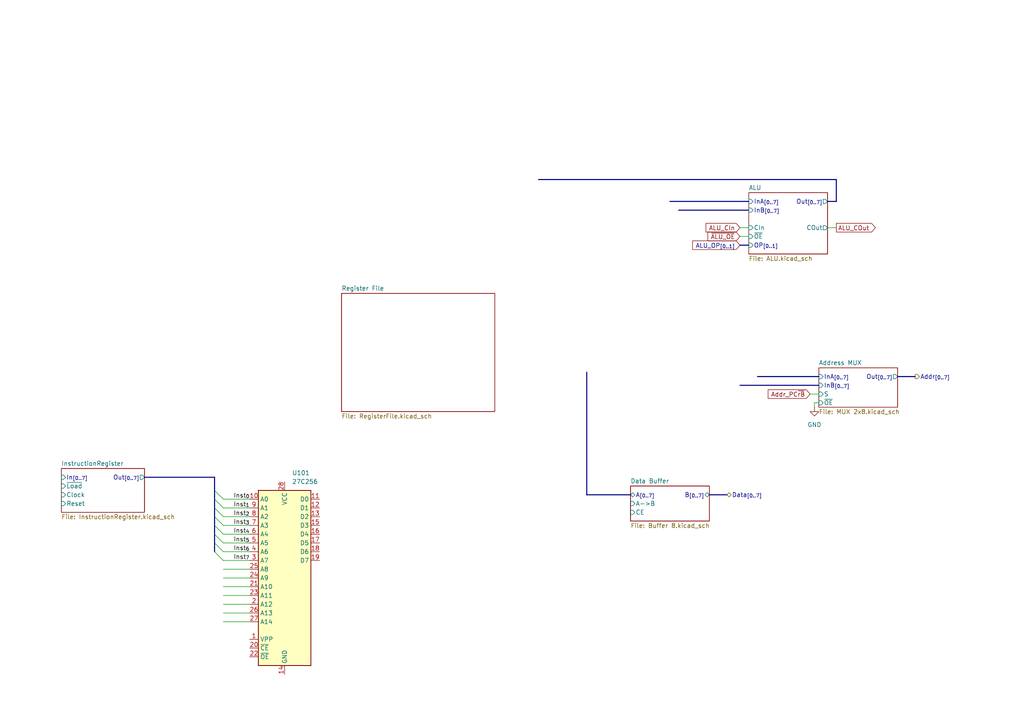
<source format=kicad_sch>
(kicad_sch (version 20250114) (generator "eeschema") (generator_version "9.0")
  (paper "A4")
  (lib_symbols
    (symbol "Memory_EPROM:27C256"
      (property "Reference" "U" (at -7.62 26.67 0))
      (property "Value" "27C256" (at 2.54 -26.67 0))
      (symbol "27C256_1_1"
        (rectangle (start -7.62 25.4) (end 7.62 -25.4) (stroke (width 0.254)) (fill (type background)))
        (pin input line (at -10.16 22.86 0) (length 2.54) (name "A0") (number "10"))
        (pin input line (at -10.16 20.32 0) (length 2.54) (name "A1") (number "9"))
        (pin input line (at -10.16 17.78 0) (length 2.54) (name "A2") (number "8"))
        (pin input line (at -10.16 15.24 0) (length 2.54) (name "A3") (number "7"))
        (pin input line (at -10.16 12.7 0) (length 2.54) (name "A4") (number "6"))
        (pin input line (at -10.16 10.16 0) (length 2.54) (name "A5") (number "5"))
        (pin input line (at -10.16 7.62 0) (length 2.54) (name "A6") (number "4"))
        (pin input line (at -10.16 5.08 0) (length 2.54) (name "A7") (number "3"))
        (pin input line (at -10.16 2.54 0) (length 2.54) (name "A8") (number "25"))
        (pin input line (at -10.16 0 0) (length 2.54) (name "A9") (number "24"))
        (pin input line (at -10.16 -2.54 0) (length 2.54) (name "A10") (number "21"))
        (pin input line (at -10.16 -5.08 0) (length 2.54) (name "A11") (number "23"))
        (pin input line (at -10.16 -7.62 0) (length 2.54) (name "A12") (number "2"))
        (pin input line (at -10.16 -10.16 0) (length 2.54) (name "A13") (number "26"))
        (pin input line (at -10.16 -12.7 0) (length 2.54) (name "A14") (number "27"))
        (pin input line (at -10.16 -17.78 0) (length 2.54) (name "VPP") (number "1"))
        (pin input line (at -10.16 -20.32 0) (length 2.54) (name "~{CE}") (number "20"))
        (pin input line (at -10.16 -22.86 0) (length 2.54) (name "~{OE}") (number "22"))
        (pin power_in line (at 0 27.94 270) (length 2.54) (name "VCC") (number "28"))
        (pin power_in line (at 0 -27.94 90) (length 2.54) (name "GND") (number "14"))
        (pin tri_state line (at 10.16 22.86 180) (length 2.54) (name "D0") (number "11"))
        (pin tri_state line (at 10.16 20.32 180) (length 2.54) (name "D1") (number "12"))
        (pin tri_state line (at 10.16 17.78 180) (length 2.54) (name "D2") (number "13"))
        (pin tri_state line (at 10.16 15.24 180) (length 2.54) (name "D3") (number "15"))
        (pin tri_state line (at 10.16 12.7 180) (length 2.54) (name "D4") (number "16"))
        (pin tri_state line (at 10.16 10.16 180) (length 2.54) (name "D5") (number "17"))
        (pin tri_state line (at 10.16 7.62 180) (length 2.54) (name "D6") (number "18"))
        (pin tri_state line (at 10.16 5.08 180) (length 2.54) (name "D7") (number "19"))
      )
    )
    (symbol "power:GND" (power) (pin_numbers (hide yes)) (pin_names (offset 0) (hide yes))
      (property "Value" "GND" (at 0 -3.81 0))
      (symbol "GND_0_1"
        (polyline (pts (xy 0 0) (xy 0 -1.27) (xy 1.27 -1.27) (xy 0 -2.54) (xy -1.27 -1.27) (xy 0 -1.27)))
      )
      (symbol "GND_1_1"
        (pin power_in line (at 0 0 270) (length 0) (name "~") (number "1"))
      )
    )
  )
  (bus_entry (at 62.23 147.32) (size 2.54 2.54))
  (bus_entry (at 62.23 149.86) (size 2.54 2.54))
  (bus_entry (at 62.23 160.02) (size 2.54 2.54))
  (bus_entry (at 62.23 157.48) (size 2.54 2.54))
  (bus_entry (at 62.23 144.78) (size 2.54 2.54))
  (bus_entry (at 62.23 154.94) (size 2.54 2.54))
  (bus_entry (at 62.23 142.24) (size 2.54 2.54))
  (bus_entry (at 62.23 152.4) (size 2.54 2.54))
  (wire (pts (xy 64.77 175.26) (xy 72.39 175.26)))
  (bus (pts (xy 194.31 58.42) (xy 217.17 58.42)))
  (bus (pts (xy 62.23 152.4) (xy 62.23 154.94)))
  (bus (pts (xy 62.23 154.94) (xy 62.23 157.48)))
  (wire (pts (xy 64.77 149.86) (xy 72.39 149.86)))
  (bus (pts (xy 170.18 143.51) (xy 182.88 143.51)))
  (wire (pts (xy 64.77 180.34) (xy 72.39 180.34)))
  (bus (pts (xy 196.85 60.96) (xy 217.17 60.96)))
  (bus (pts (xy 260.35 109.22) (xy 265.43 109.22)))
  (wire (pts (xy 64.77 165.1) (xy 72.39 165.1)))
  (bus (pts (xy 41.91 138.43) (xy 62.23 138.43)))
  (wire (pts (xy 64.77 144.78) (xy 72.39 144.78)))
  (wire (pts (xy 240.03 66.04) (xy 242.57 66.04)))
  (wire (pts (xy 236.22 118.11) (xy 236.22 116.84)))
  (wire (pts (xy 64.77 157.48) (xy 72.39 157.48)))
  (bus (pts (xy 62.23 138.43) (xy 62.23 142.24)))
  (wire (pts (xy 64.77 147.32) (xy 72.39 147.32)))
  (bus (pts (xy 219.71 109.22) (xy 237.49 109.22)))
  (wire (pts (xy 64.77 160.02) (xy 72.39 160.02)))
  (bus (pts (xy 240.03 58.42) (xy 242.57 58.42)))
  (bus (pts (xy 205.74 143.51) (xy 210.82 143.51)))
  (wire (pts (xy 64.77 170.18) (xy 72.39 170.18)))
  (bus (pts (xy 214.63 111.76) (xy 237.49 111.76)))
  (bus (pts (xy 62.23 142.24) (xy 62.23 144.78)))
  (wire (pts (xy 64.77 167.64) (xy 72.39 167.64)))
  (wire (pts (xy 234.95 114.3) (xy 237.49 114.3)))
  (wire (pts (xy 64.77 162.56) (xy 72.39 162.56)))
  (bus (pts (xy 62.23 157.48) (xy 62.23 160.02)))
  (bus (pts (xy 242.57 58.42) (xy 242.57 52.07)))
  (wire (pts (xy 64.77 152.4) (xy 72.39 152.4)))
  (bus (pts (xy 170.18 107.95) (xy 170.18 143.51)))
  (wire (pts (xy 64.77 172.72) (xy 72.39 172.72)))
  (wire (pts (xy 64.77 154.94) (xy 72.39 154.94)))
  (wire (pts (xy 214.63 68.58) (xy 217.17 68.58)))
  (wire (pts (xy 236.22 116.84) (xy 237.49 116.84)))
  (bus (pts (xy 214.63 71.12) (xy 217.17 71.12)))
  (wire (pts (xy 64.77 177.8) (xy 72.39 177.8)))
  (bus (pts (xy 242.57 52.07) (xy 156.21 52.07)))
  (wire (pts (xy 214.63 66.04) (xy 217.17 66.04)))
  (bus (pts (xy 62.23 147.32) (xy 62.23 149.86)))
  (bus (pts (xy 62.23 144.78) (xy 62.23 147.32)))
  (bus (pts (xy 62.23 149.86) (xy 62.23 152.4)))
  (label "Inst_{6}" (at 72.39 160.02 180))
  (label "Inst_{5}" (at 72.39 157.48 180))
  (label "Inst_{4}" (at 72.39 154.94 180))
  (label "Inst_{0}" (at 72.39 144.78 180))
  (label "Inst_{3}" (at 72.39 152.4 180))
  (label "Inst_{2}" (at 72.39 149.86 180))
  (label "Inst_{1}" (at 72.39 147.32 180))
  (label "Inst_{7}" (at 72.39 162.56 180))
  (global_label "Addr_PC~{rB}" (shape input) (at 234.95 114.3 180) (property "Intersheetrefs" "${INTERSHEET_REFS}" (effects (hide yes))))
  (global_label "ALU_OP_{[0..1]}" (shape input) (at 214.63 71.12 180) (property "Intersheetrefs" "${INTERSHEET_REFS}" (effects (hide yes))))
  (global_label "~{ALU_OE}" (shape input) (at 214.63 68.58 180) (property "Intersheetrefs" "${INTERSHEET_REFS}" (effects (hide yes))))
  (global_label "ALU_COut" (shape output) (at 242.57 66.04 0) (property "Intersheetrefs" "${INTERSHEET_REFS}" (effects (hide yes))))
  (global_label "ALU_CIn" (shape input) (at 214.63 66.04 180) (property "Intersheetrefs" "${INTERSHEET_REFS}" (effects (hide yes))))
  (hierarchical_label "Data_{[0..7]}" (shape bidirectional) (at 210.82 143.51 0))
  (hierarchical_label "Addr_{[0..7]}" (shape output) (at 265.43 109.22 0))
  (symbol (lib_id "Memory_EPROM:27C256") (at 82.55 167.64 0) (unit 1)
    (property "Reference" "U101" (at 84.6933 137.16 0) (effects (justify left)))
    (property "Value" "27C256" (at 84.6933 139.7 0) (effects (justify left)))
    (property "Footprint" "Package_DIP:DIP-28_W15.24mm" (effects (hide yes)))
    (property "Datasheet" "http://ww1.microchip.com/downloads/en/DeviceDoc/doc0014.pdf" (effects (hide yes)))
    (property "Description" "OTP EPROM 256 KiBit" (effects (hide yes)))
  )
  (symbol (lib_id "power:GND") (at 236.22 118.11 0) (unit 1)
    (property "Reference" "#PWR0101" (effects (hide yes)))
    (property "Value" "GND" (at 236.22 123.19 0))
    (property "Description" "Power symbol creates a global label with name \"GND\" , ground" (effects (hide yes)))
  )
  (sheet (at 217.17 55.88) (size 22.86 17.78) (stroke (width 0.1524))
    (property "Sheetname" "ALU" (at 217.17 55.1684 0) (effects (justify left bottom)))
    (property "Sheetfile" "ALU.kicad_sch" (at 217.17 74.2446 0) (effects (justify left top)))
    (pin "InA_{[0..7]}" input (at 217.17 58.42 180))
    (pin "InB_{[0..7]}" input (at 217.17 60.96 180))
    (pin "CIn" input (at 217.17 66.04 180))
    (pin "COut" output (at 240.03 66.04 0))
    (pin "Out_{[0..7]}" output (at 240.03 58.42 0))
    (pin "~{OE}" input (at 217.17 68.58 180))
    (pin "OP_{[0..1]}" input (at 217.17 71.12 180))
  )
  (sheet (at 237.49 106.68) (size 22.86 11.43) (stroke (width 0.1524))
    (property "Sheetname" "Address MUX" (at 237.49 105.9684 0) (effects (justify left bottom)))
    (property "Sheetfile" "MUX 2x8.kicad_sch" (at 237.49 118.6946 0) (effects (justify left top)))
    (pin "InA_{[0..7]}" input (at 237.49 109.22 180))
    (pin "InB_{[0..7]}" input (at 237.49 111.76 180))
    (pin "Out_{[0..7]}" output (at 260.35 109.22 0))
    (pin "S" input (at 237.49 114.3 180))
    (pin "~{OE}" input (at 237.49 116.84 180))
  )
  (sheet (at 182.88 140.97) (size 22.86 10.16) (stroke (width 0.1524))
    (property "Sheetname" "Data Buffer" (at 182.88 140.2584 0) (effects (justify left bottom)))
    (property "Sheetfile" "Buffer 8.kicad_sch" (at 182.88 151.7146 0) (effects (justify left top)))
    (pin "A_{[0..7]}" bidirectional (at 182.88 143.51 180))
    (pin "B_{[0..7]}" bidirectional (at 205.74 143.51 0))
    (pin "CE" input (at 182.88 148.59 180))
    (pin "A->B" input (at 182.88 146.05 180))
  )
  (sheet (at 99.06 85.09) (size 44.45 34.29) (stroke (width 0.1524))
    (property "Sheetname" "Register File" (at 99.06 84.3784 0) (effects (justify left bottom)))
    (property "Sheetfile" "RegisterFile.kicad_sch" (at 99.06 119.9646 0) (effects (justify left top)))
  )
  (sheet (at 17.78 135.89) (size 24.13 12.7) (stroke (width 0.1524))
    (property "Sheetname" "InstructionRegister" (at 17.78 135.1784 0) (effects (justify left bottom)))
    (property "Sheetfile" "InstructionRegister.kicad_sch" (at 17.78 149.1746 0) (effects (justify left top)))
    (pin "Out_{[0..7]}" output (at 41.91 138.43 0))
    (pin "Clock" input (at 17.78 143.51 180))
    (pin "~{Load}" input (at 17.78 140.97 180))
    (pin "In_{[0..7]}" input (at 17.78 138.43 180))
    (pin "Reset" input (at 17.78 146.05 180))
  )
)
</source>
